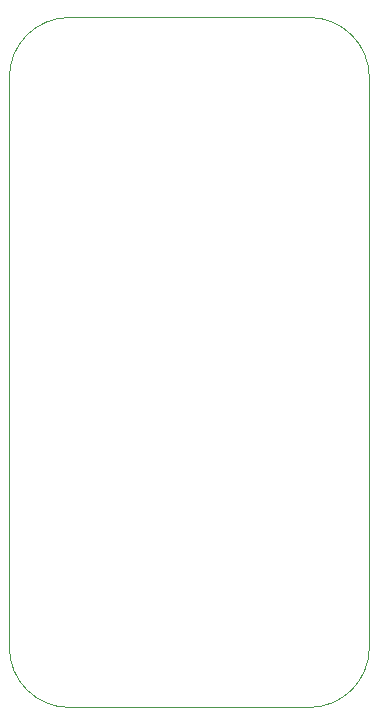
<source format=gbr>
%TF.GenerationSoftware,KiCad,Pcbnew,9.0.1*%
%TF.CreationDate,2025-11-04T18:47:28-05:00*%
%TF.ProjectId,learning_charlieplexing,6c656172-6e69-46e6-975f-636861726c69,rev?*%
%TF.SameCoordinates,Original*%
%TF.FileFunction,Profile,NP*%
%FSLAX46Y46*%
G04 Gerber Fmt 4.6, Leading zero omitted, Abs format (unit mm)*
G04 Created by KiCad (PCBNEW 9.0.1) date 2025-11-04 18:47:28*
%MOMM*%
%LPD*%
G01*
G04 APERTURE LIST*
%TA.AperFunction,Profile*%
%ADD10C,0.050000*%
%TD*%
G04 APERTURE END LIST*
D10*
X139700000Y-55880000D02*
X160020000Y-55880000D01*
X134620000Y-109220000D02*
X134620000Y-60960000D01*
X160020000Y-114300000D02*
X139700000Y-114300000D01*
X165100000Y-60960000D02*
X165100000Y-109220000D01*
X165100000Y-109220000D02*
G75*
G02*
X160020000Y-114300000I-5080000J0D01*
G01*
X139700000Y-114300000D02*
G75*
G02*
X134620000Y-109220000I0J5080000D01*
G01*
X160020000Y-55880000D02*
G75*
G02*
X165100000Y-60960000I0J-5080000D01*
G01*
X134620000Y-60960000D02*
G75*
G02*
X139700000Y-55880000I5080000J0D01*
G01*
M02*

</source>
